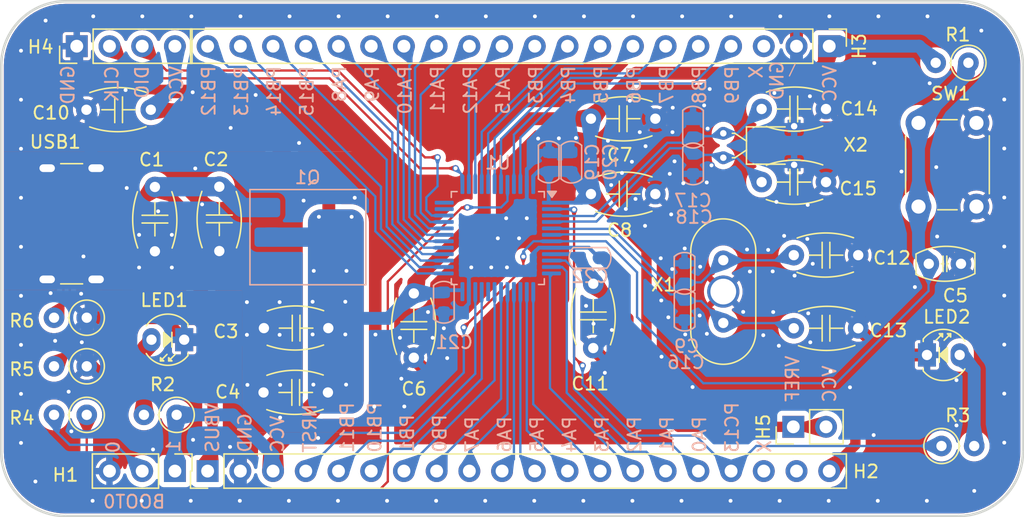
<source format=kicad_pcb>
(kicad_pcb (version 20240108) (generator "pcbnew") (generator_version "8.0")
  (layers (0 "F.Cu" signal) (31 "B.Cu" signal) (34 "B.Paste" user) (35 "F.Paste" user) (36 "B.SilkS" user "B.Silkscreen") (37 "F.SilkS" user "F.Silkscreen") (38 "B.Mask" user) (39 "F.Mask" user) (44 "Edge.Cuts" user))
  (net 0 "")
  (net 1 "VBUS")
  (net 2 "GND")
  (net 3 "Net-(USB1-CC2)")
  (net 4 "Net-(USB1-CC1)")
  (net 5 "VCC")
  (net 6 "VREF_PIN")
  (net 7 "/NRST")
  (net 8 "/OSC+")
  (net 9 "VBAT")
  (net 10 "/OSC-")
  (net 11 "/OSC32+")
  (net 12 "/OSC32-")
  (net 13 "Net-(H1-Pin_2)")
  (net 14 "/PB10")
  (net 15 "/PC13")
  (net 16 "/PA6")
  (net 17 "/PB11")
  (net 18 "/PA3")
  (net 19 "/PB0")
  (net 20 "/PB1")
  (net 21 "/PA5")
  (net 22 "/PA0")
  (net 23 "/PA2")
  (net 24 "/PA7")
  (net 25 "/PA4")
  (net 26 "/PA1")
  (net 28 "/PB13")
  (net 29 "/PB4")
  (net 30 "/PB12")
  (net 31 "/PB5")
  (net 32 "/PA15")
  (net 33 "/PA10")
  (net 34 "/PB7")
  (net 36 "/PB6")
  (net 37 "/PA12")
  (net 38 "/PB9")
  (net 39 "/PB8")
  (net 40 "/PA11")
  (net 41 "/PA8")
  (net 42 "/PB3")
  (net 43 "/PA9")
  (net 44 "/PB15")
  (net 45 "/PB14")
  (net 46 "/PA13{slash}SWDIO")
  (net 47 "/PA14{slash}SWCLK")
  (net 48 "Net-(LED1-A)")
  (net 49 "Net-(LED2-A)")
  (net 50 "/BOOT0")
  (net 51 "/PB2")
  (net 52 "/PF7")
  (net 53 "/PF6")
  (footprint "PCM_LED_THT_AKL:LED_D3.0mm" (layer "F.Cu") (at 133.319 109.086375)
    (property "Reference" "LED2")
    (property "Value" "LED_3mm" (hide yes))
  )
  (footprint "PCM_Capacitor_THT_US_AKL:C_Disc_D5.1mm_W3.2mm_P5.00mm" (layer "F.Cu") (at 122.98 101.33)
    (property "Reference" "C12")
    (property "Value" "12pF" (hide yes))
  )
  (footprint "PCM_Capacitor_THT_US_AKL:C_Disc_D5.1mm_W3.2mm_P5.00mm" (layer "F.Cu") (at 81.84 107)
    (property "Reference" "C3")
    (property "Value" "10uF" (hide yes))
  )
  (footprint "PCM_Capacitor_THT_US_AKL:C_Disc_D5.1mm_W3.2mm_P5.00mm" (layer "F.Cu") (at 78.3775 101.01 90)
    (property "Reference" "C2")
    (property "Value" "100nF" (hide yes))
  )
  (footprint "PCM_Capacitor_THT_US_AKL:C_Disc_D5.1mm_W3.2mm_P5.00mm" (layer "F.Cu") (at 93.48 109.3 90)
    (property "Reference" "C6")
    (property "Value" "100nF" (hide yes))
  )
  (footprint "PCM_Capacitor_THT_US_AKL:C_Disc_D5.1mm_W3.2mm_P5.00mm" (layer "F.Cu") (at 125.48 89.97 180)
    (property "Reference" "C14")
    (property "Value" "12pF" (hide yes))
  )
  (footprint "Connector_PinHeader_2.54mm:PinHeader_1x03_P2.54mm_Vertical" (layer "F.Cu") (at 74.93 118.11 -90)
    (property "Reference" "H1")
    (property "Value" "~" (hide yes))
  )
  (footprint "PCM_Resistor_THT_AKL:R_Axial_DIN0207_L6.3mm_D2.5mm_P2.54mm_Vertical" (layer "F.Cu") (at 68.085 109.965 180)
    (property "Reference" "R5")
    (property "Value" "5.1kΩ" (hide yes))
  )
  (footprint "PCM_Capacitor_THT_US_AKL:C_Disc_D5.1mm_W3.2mm_P5.00mm" (layer "F.Cu") (at 112.23 90.725 180)
    (property "Reference" "C7")
    (property "Value" "100nF" (hide yes))
  )
  (footprint "PCM_Capacitor_THT_US_AKL:C_Disc_D5.1mm_W3.2mm_P5.00mm" (layer "F.Cu") (at 81.81 112)
    (property "Reference" "C4")
    (property "Value" "100nF" (hide yes))
  )
  (footprint "PCM_Capacitor_THT_US_AKL:C_Disc_D5.1mm_W3.2mm_P5.00mm" (layer "F.Cu") (at 125.48 95.65 180)
    (property "Reference" "C15")
    (property "Value" "12pF" (hide yes))
  )
  (footprint "PCM_Capacitor_THT_US_AKL:C_Disc_D5.1mm_W3.2mm_P5.00mm" (layer "F.Cu") (at 112.23 96.58 180)
    (property "Reference" "C8")
    (property "Value" "100nF" (hide yes))
  )
  (footprint "PCM_Resistor_THT_AKL:R_Axial_DIN0207_L6.3mm_D2.5mm_P2.54mm_Vertical" (layer "F.Cu") (at 134.445 116.16)
    (property "Reference" "R3")
    (property "Value" "1kΩ" (hide yes))
  )
  (footprint "PCM_Resistor_THT_AKL:R_Axial_DIN0207_L6.3mm_D2.5mm_P2.54mm_Vertical" (layer "F.Cu") (at 68.085 106.19 180)
    (property "Reference" "R6")
    (property "Value" "5.1kΩ" (hide yes))
  )
  (footprint "Connector_PinHeader_2.54mm:PinHeader_1x02_P2.54mm_Vertical" (layer "F.Cu") (at 122.94 114.67 90)
    (property "Reference" "H5")
    (property "Value" "HDR-TH_2P-P2.54-V-F" (hide yes))
  )
  (footprint "PCM_Capacitor_THT_US_AKL:C_Disc_D5.0mm_W2.5mm_P2.50mm" (layer "F.Cu") (at 135.96 102 180)
    (property "Reference" "C5")
    (property "Value" "100nF" (hide yes))
  )
  (footprint "PCM_Resistor_THT_AKL:R_Axial_DIN0207_L6.3mm_D2.5mm_P2.54mm_Vertical" (layer "F.Cu") (at 75.065 113.74 180)
    (property "Reference" "R2")
    (property "Value" "1kΩ" (hide yes))
  )
  (footprint "PCM_Capacitor_THT_US_AKL:C_Disc_D5.1mm_W3.2mm_P5.00mm" (layer "F.Cu") (at 127.98 107.01 180)
    (property "Reference" "C13")
    (property "Value" "12pF" (hide yes))
  )
  (footprint "Connector_PinHeader_2.54mm:PinHeader_1x20_P2.54mm_Vertical" (layer "F.Cu") (at 125.73 85.09 -90)
    (property "Reference" "H3")
    (property "Value" "HDR-TH_20P-P2.54-V-M-1" (hide yes))
  )
  (footprint "PCM_Capacitor_THT_US_AKL:C_Disc_D5.1mm_W3.2mm_P5.00mm" (layer "F.Cu") (at 73.3775 101.03 90)
    (property "Reference" "C1")
    (property "Value" "10uF" (hide yes))
  )
  (footprint "PCM_Resistor_THT_AKL:R_Axial_DIN0207_L6.3mm_D2.5mm_P2.54mm_Vertical" (layer "F.Cu") (at 68.085 113.74 180)
    (property "Reference" "R4")
    (property "Value" "10kΩ" (hide yes))
  )
  (footprint "PCM_Capacitor_THT_US_AKL:C_Disc_D5.1mm_W3.2mm_P5.00mm" (layer "F.Cu") (at 68.06 90.03)
    (property "Reference" "C10")
    (property "Value" "100nF" (hide yes))
  )
  (footprint "Connector_PinHeader_2.54mm:PinHeader_1x04_P2.54mm_Vertical" (layer "F.Cu") (at 67.31 85.09 90)
    (property "Reference" "H4")
    (property "Value" "~" (hide yes))
  )
  (footprint "PCM_LED_THT_AKL:LED_D3.0mm" (layer "F.Cu") (at 75.65 107.9 180)
    (property "Reference" "LED1")
    (property "Value" "LED_3mm" (hide yes))
  )
  (footprint "wsylib:Crystal_HC49-U-3Pin_Vertical" (layer "F.Cu") (at 117.505 101.72 -90)
    (property "Reference" "X1")
    (property "Value" "8MHz" (hide yes))
  )
  (footprint "Connector_PinHeader_2.54mm:PinHeader_1x20_P2.54mm_Vertical" (layer "F.Cu") (at 77.47 118.11 90)
    (property "Reference" "H2")
    (property "Value" "HDR-TH_20P-P2.54-V-M-1" (hide yes))
  )
  (footprint "PCM_Resistor_THT_AKL:R_Axial_DIN0207_L6.3mm_D2.5mm_P2.54mm_Vertical" (layer "F.Cu") (at 136.535 86.38 180)
    (property "Reference" "R1")
    (property "Value" "10kΩ" (hide yes))
  )
  (footprint "Button_Switch_THT:SW_PUSH_6mm_H7.3mm" (layer "F.Cu") (at 132.66 97.551625 90)
    (property "Reference" "SW1")
    (property "Value" "SW_DIP_x01" (hide yes))
  )
  (footprint "Crystal:Crystal_DS26_D2.0mm_L6.0mm_Horizontal_1EP_style2" (layer "F.Cu") (at 117.505 93.76 90)
    (property "Reference" "X2")
    (property "Value" "32.768kHz" (hide yes))
  )
  (footprint "Connector_USB:USB_C_Receptacle_GCT_USB4125-xx-x_6P_TopMnt_Horizontal" (layer "F.Cu") (at 65.8115 98.89 -90)
    (property "Reference" "USB1")
    (property "Value" "USB C 6P" (hide yes))
  )
  (footprint "PCM_Capacitor_THT_US_AKL:C_Disc_D5.1mm_W3.2mm_P5.00mm" (layer "F.Cu") (at 107.41 108.55 90)
    (property "Reference" "C11")
    (property "Value" "100nF" (hide yes))
  )
  (footprint "PCM_Capacitor_SMD_AKL:C_0603_1608Metric" (layer "B.Cu") (at 114.4945 102.74225 90)
    (property "Reference" "C9")
    (property "Value" "12pF/GOG" (hide yes))
  )
  (footprint "PCM_Capacitor_SMD_AKL:C_0603_1608Metric" (layer "B.Cu") (at 105.71 94.1 90)
    (property "Reference" "C20")
    (property "Value" "100nF" (hide yes))
  )
  (footprint "PCM_Capacitor_SMD_AKL:C_0603_1608Metric" (layer "B.Cu") (at 107.16 101.54)
    (property "Reference" "C22")
    (property "Value" "100nF" (hide yes))
  )
  (footprint "PCM_Capacitor_SMD_AKL:C_0603_1608Metric" (layer "B.Cu") (at 115.1545 91.38225 90)
    (property "Reference" "C17")
    (property "Value" "12pF/GOG" (hide yes))
  )
  (footprint "PCM_Capacitor_SMD_AKL:C_0603_1608Metric" (layer "B.Cu") (at 103.95 94.09 90)
    (property "Reference" "C19")
    (property "Value" "100nF" (hide yes))
  )
  (footprint "PCM_Package_TO_SOT_SMD_AKL:SOT-223-3_TabPin2" (layer "B.Cu") (at 85.2555 99.93025)
    (property "Reference" "Q1")
    (property "Value" "AMS1117-3.3V" (hide yes))
  )
  (footprint "PCM_Capacitor_SMD_AKL:C_0603_1608Metric" (layer "B.Cu") (at 114.5 105.59775 -90)
    (property "Reference" "C16")
    (property "Value" "12pF/GOG" (hide yes))
  )
  (footprint "Package_QFP:LQFP-48_7x7mm_P0.5mm" (layer "B.Cu") (at 100 100 180)
    (property "Reference" "U1")
    (property "Value" "CW32F030C8T6" (hide yes))
  )
  (footprint "PCM_Capacitor_SMD_AKL:C_0603_1608Metric" (layer "B.Cu") (at 95.81 104.99 -90)
    (property "Reference" "C21")
    (property "Value" "100nF" (hide yes))
  )
  (footprint "PCM_Capacitor_SMD_AKL:C_0603_1608Metric" (layer "B.Cu") (at 115.16 94.23775 -90)
    (property "Reference" "C18")
    (property "Value" "12pF/GOG" (hide yes))
  )
  (gr_rect (start 124.45 91.04) (end 126.45 94.83) (stroke (width 0.2)) (fill solid) (layer "F.Cu") (net 2))
  (gr_line (start 123.09 86.46) (end 122.64 87.4) (stroke (width 0.1)) (layer "B.SilkS"))
  (gr_line (start 66.45 81.6) (end 135.77 81.6) (stroke (width 0.2)) (layer "Edge.Cuts"))
  (gr_line (start 135.77 121.6) (end 66.45 121.6) (stroke (width 0.2)) (layer "Edge.Cuts"))
  (gr_line (start 61.45 116.6) (end 61.45 86.6) (stroke (width 0.2)) (layer "Edge.Cuts"))
  (gr_arc (start 66.45 121.6) (mid 62.914466 120.135534) (end 61.45 116.6) (stroke (width 0.2)) (layer "Edge.Cuts"))
  (gr_arc (start 140.77 116.6) (mid 139.305534 120.135534) (end 135.77 121.6) (stroke (width 0.2)) (layer "Edge.Cuts"))
  (gr_line (start 140.77 86.6) (end 140.77 116.6) (stroke (width 0.2)) (layer "Edge.Cuts"))
  (gr_arc (start 61.45 86.6) (mid 62.914466 83.064466) (end 66.45 81.6) (stroke (width 0.2)) (layer "Edge.Cuts"))
  (gr_arc (start 135.77 81.6) (mid 139.305534 83.064466) (end 140.77 86.6) (stroke (width 0.2)) (layer "Edge.Cuts"))
  (gr_text "PA15" (at 101 86.53 90) (layer "B.SilkS") (effects (font (size 1 1)) (justify left bottom mirror)))
  (gr_text "PA0" (at 116.24764 113.760476 90) (layer "B.SilkS") (effects (font (size 1 1)) (justify left bottom mirror)))
  (gr_text "PB8\n" (at 116.24 86.53 90) (layer "B.SilkS") (effects (font (size 1 1)) (justify left bottom mirror)))
  (gr_text "PB7\n" (at 113.7 86.53 90) (layer "B.SilkS") (effects (font (size 1 1)) (justify left bottom mirror)))
  (gr_text "VBUS" (at 78.43 112.712857 90) (layer "B.SilkS") (effects (font (size 1 1)) (justify left bottom mirror)))
  (gr_text "PB6" (at 111.16 86.53 90) (layer "B.SilkS") (effects (font (size 1 1)) (justify left bottom mirror)))
  (gr_text "PA6" (at 101.120584 113.760476 90) (layer "B.SilkS") (effects (font (size 1 1)) (justify left bottom mirror)))
  (gr_text "PB5" (at 108.62 86.53 90) (layer "B.SilkS") (effects (font (size 1 1)) (justify left bottom mirror)))
  (gr_text "VCC" (at 126.36 86.46 90) (layer "B.SilkS") (effects (font (size 1 1)) (justify left bottom mirror)))
  (gr_text "BOOT0\n" (at 74.27 121.08 0) (layer "B.SilkS") (effects (font (size 1 1)) (justify left bottom mirror)))
  (gr_text "PA9" (at 90.84 86.53 90) (layer "B.SilkS") (effects (font (size 1 1)) (justify left bottom mirror)))
  (gr_text "VREF" (at 123.47 109.05 90) (layer "B.SilkS") (effects (font (size 1 1)) (justify left bottom mirror)))
  (gr_text "VCC" (at 126.34 109.811905 90) (layer "B.SilkS") (effects (font (size 1 1)) (justify left bottom mirror)))
  (gr_text "NRST" (at 85.993528 112.808095 90) (layer "B.SilkS") (effects (font (size 1 1)) (justify left bottom mirror)))
  (gr_text "PC13" (at 118.768816 112.665238 90) (layer "B.SilkS") (effects (font (size 1 1)) (justify left bottom mirror)))
  (gr_text "VCC" (at 83.472352 113.712857 90) (layer "B.SilkS") (effects (font (size 1 1)) (justify left bottom mirror)))
  (gr_text "CLK" (at 70.62 86.53 90) (layer "B.SilkS") (effects (font (size 1 1)) (justify left bottom mirror)))
  (gr_text "PB0" (at 96.078232 113.617619 90) (layer "B.SilkS") (effects (font (size 1 1)) (justify left bottom mirror)))
  (gr_text "PA5" (at 103.64176 113.760476 90) (layer "B.SilkS") (effects (font (size 1 1)) (justify left bottom mirror)))
  (gr_text "PB15" (at 85.76 86.53 90) (layer "B.SilkS") (effects (font (size 1 1)) (justify left bottom mirror)))
  (gr_text "PB3\n" (at 103.54 86.53 90) (layer "B.SilkS") (effects (font (size 1 1)) (justify left bottom mirror)))
  (gr_text "PA12" (at 98.46 86.53 90) (layer "B.SilkS") (effects (font (size 1 1)) (justify left bottom mirror)))
  (gr_text "PB9" (at 118.78 86.53 90) (layer "B.SilkS") (effects (font (size 1 1)) (justify left bottom mirror)))
  (gr_text "1" (at 75.41 115.617619 90) (layer "B.SilkS") (effects (font (size 1 1)) (justify left bottom mirror)))
  (gr_text "PB14" (at 83.22 86.53 90) (layer "B.SilkS") (effects (font (size 1 1)) (justify left bottom mirror)))
  (gr_text "PB10\n" (at 91.03588 112.665238 90) (layer "B.SilkS") (effects (font (size 1 1)) (justify left bottom mirror)))
  (gr_text "0" (at 69.45 116.82 270) (layer "B.SilkS") (effects (font (size 1 1)) (justify left bottom mirror)))
  (gr_text "GND\n" (at 67.2 86.48 90) (layer "B.SilkS") (effects (font (size 1 1)) (justify left bottom mirror)))
  (gr_text "GND" (at 80.951176 113.522381 90) (layer "B.SilkS") (effects (font (size 1 1)) (justify left bottom mirror)))
  (gr_text "VCC" (at 75.64 86.53 90) (layer "B.SilkS") (effects (font (size 1 1)) (justify left bottom mirror)))
  (gr_text "PA11" (at 95.92 86.53 90) (layer "B.SilkS") (effects (font (size 1 1)) (justify left bottom mirror)))
  (gr_text "DIO" (at 72.96 86.53 90) (layer "B.SilkS") (effects (font (size 1 1)) (justify left bottom mirror)))
  (gr_text "PA2" (at 111.205288 113.760476 90) (layer "B.SilkS") (effects (font (size 1 1)) (justify left bottom mirror)))
  (gr_text "PB13" (at 80.68 86.53 90) (layer "B.SilkS") (effects (font (size 1 1)) (justify left bottom mirror)))
  (gr_text "GND" (at 122.25 86.14 90) (layer "B.SilkS") (effects (font (size 1 1)) (justify left bottom mirror)))
  (gr_text "PA3\n" (at 108.684112 113.760476 90) (layer "B.SilkS") (effects (font (size 1 1)) (justify left bottom mirror)))
  (gr_text "PA1" (at 113.726464 113.760476 90) (layer "B.SilkS") (effects (font (size 1 1)) (justify left bottom mirror)))
  (gr_text "PA10" (at 93.38 86.53 90) (layer "B.SilkS") (effects (font (size 1 1)) (justify left bottom mirror)))
  (gr_text "PA4" (at 106.162936 113.760476 90) (layer "B.SilkS") (effects (font (size 1 1)) (justify left bottom mirror)))
  (gr_text "PB12" (at 78.14 86.53 90) (layer "B.SilkS") (effects (font (size 1 1)) (justify left bottom mirror)))
  (gr_text "PA7" (at 98.599408 113.760476 90) (layer "B.SilkS") (effects (font (size 1 1)) (justify left bottom mirror)))
  (gr_text "X" (at 121.29 115.617619 90) (layer "B.SilkS") (effects (font (size 1 1)) (justify left bottom mirror)))
  (gr_text "PA8" (at 88.3 86.53 90) (layer "B.SilkS") (effects (font (size 1 1)) (justify left bottom mirror)))
  (gr_text "X" (at 120.63 86.53 90) (layer "B.SilkS") (effects (font (size 1 1)) (justify left bottom mirror)))
  (gr_text "PB11" (at 88.9 112.677619 90) (layer "B.SilkS") (effects (font (size 1 1)) (justify left bottom mirror)))
  (gr_text "PB1" (at 93.557056 113.617619 90) (layer "B.SilkS") (effects (font (size 1 1)) (justify left bottom mirror)))
  (gr_text "PB4" (at 106.08 86.53 90) (layer "B.SilkS") (effects (font (size 1 1)) (justify left bottom mirror)))
  (segment (start 73.3775 95.99) (end 73.84 95.99) (width 0.8) (layer "F.Cu") (net 1))
  (segment (start 77.85 104.99) (end 77.85 117.73) (width 0.8) (layer "F.Cu") (net 1))
  (segment (start 73.84 95.99) (end 75.84 97.99) (width 0.8) (layer "F.Cu") (net 1))
  (segment (start 77.85 117.73) (end 77.47 118.11) (width 0.8) (layer "F.Cu") (net 1))
  (segment (start 68.9325 100.41) (end 70.1 100.41) (width 0.8) (layer "F.Cu") (net 1))
  (segment (start 70.1 100.41) (end 70.94 99.57) (width 0.8) (layer "F.Cu") (net 1))
  (segment (start 70.94 97.37) (end 71.9975 97.37) (width 0.8) (layer "F.Cu") (net 1))
  (segment (start 75.84 97.99) (end 75.84 102.98) (width 0.8) (layer "F.Cu") (net 1))
  (segment (start 75.84 102.98) (end 77.85 104.99) (width 0.8) (layer "F.Cu") (net 1))
  (segment (start 70.94 99.57) (end 70.94 97.37) (width 0.8) (layer "F.Cu") (net 1))
  (segment (start 68.9325 97.37) (end 70.94 97.37) (width 0.8) (layer "F.Cu") (net 1))
  (segment (start 71.9975 97.37) (end 73.3775 95.99) (width 0.8) (layer "F.Cu") (net 1))
  (segment (start 80.17025 97.63025) (end 78.55 96.01) (width 1.5) (layer "B.Cu") (net 1))
  (segment (start 78.55 96.01) (end 73.3975 96.01) (width 1.5) (layer "B.Cu") (net 1))
  (segment (start 73.3975 96.01) (end 73.3775 96.03) (width 1.5) (layer "B.Cu") (net 1))
  (segment (start 73.3975 95.97) (end 73.3775 95.99) (width 1) (layer "B.Cu") (net 1))
  (segment (start 82.1055 97.63025) (end 80.17025 97.63025) (width 1.5) (layer "B.Cu") (net 1))
  (segment (start 72.8075 101.64) (end 73.3775 101.07) (width 0.8) (layer "F.Cu") (net 2))
  (segment (start 68.085 106.19) (end 73.91 106.19) (width 1) (layer "F.Cu") (net 2))
  (segment (start 112.27 96.58) (end 112.27 90.725) (width 1) (layer "F.Cu") (net 2))
  (segment (start 68.9325 101.64) (end 68.9325 102.7) (width 0.8) (layer "F.Cu") (net 2))
  (segment (start 107.41 108.59) (end 108.31 109.49) (width 1) (layer "F.Cu") (net 2))
  (segment (start 133.299 109.086375) (end 130.096375 109.086375) (width 1) (layer "F.Cu") (net 2))
  (segment (start 73.91 106.19) (end 75.62 107.9) (width 1) (layer "F.Cu") (net 2))
  (segment (start 70.37 117.59) (end 69.85 118.11) (width 1) (layer "F.Cu") (net 2))
  (segment (start 80.01 118.11) (end 80.01 113.8) (width 1) (layer "F.Cu") (net 2))
  (segment (start 68.9325 96.14) (end 68.9325 95.08) (width 0.8) (layer "F.Cu") (net 2))
  (segment (start 108.31 109.49) (end 108.31 110.47) (width 1) (layer "F.Cu") (net 2))
  (segment (start 108.31 110.47) (end 108.31 111.05) (width 1) (layer "F.Cu") (net 2))
  (segment (start 68.9325 95.08) (end 68.4225 94.57) (width 0.8) (layer "F.Cu") (net 2))
  (segment (start 130.096375 109.086375) (end 128.02 107.01) (width 1) (layer "F.Cu") (net 2))
  (segment (start 68.9325 102.7) (end 68.4225 103.21) (width 0.8) (layer "F.Cu") (net 2))
  (segment (start 96.33 112.24) (end 93.48 109.39) (width 1) (layer "F.Cu") (net 2))
  (segment (start 123.19 85.09) (end 123.19 83.21) (width 1) (layer "F.Cu") (net 2))
  (segment (start 80.01 113.8) (end 81.81 112) (width 1) (layer "F.Cu") (net 2))
  (segment (start 68.9325 101.64) (end 72.8075 101.64) (width 0.8) (layer "F.Cu") (net 2))
  (segment (start 68.085 109.965) (end 68.475 109.965) (width 1) (layer "F.Cu") (net 2))
  (segment (start 105.04 95.87) (end 110.185 90.725) (width 1) (layer "F.Cu") (net 2))
  (segment (start 110.185 90.725) (end 112.27 90.725) (width 1) (layer "F.Cu") (net 2))
  (segment (start 68.475 109.965) (end 70.37 111.86) (width 1) (layer "F.Cu") (net 2))
  (segment (start 93.48 109.39) (end 93.48 109.34) (width 1) (layer "F.Cu") (net 2))
  (segment (start 108.31 111.05) (end 107.12 112.24) (width 1) (layer "F.Cu") (net 2))
  (segment (start 107.12 112.24) (end 96.33 112.24) (width 1) (layer "F.Cu") (net 2))
  (segment (start 105.04 104.73) (end 105.04 95.87) (width 1) (layer "F.Cu") (net 2))
  (segment (start 70.37 111.86) (end 70.37 117.59) (width 1) (layer "F.Cu") (net 2))
  (via (at 99.02 120.42) (size 0.5) (drill 0.3) (layers "F.Cu" "B.Cu") (net 2))
  (via (at 99.49 102.28) (size 0.5) (drill 0.3) (layers "F.Cu" "B.Cu") (net 2))
  (via (at 121.38 105.75) (size 0.5) (drill 0.3) (layers "F.Cu" "B.Cu") (net 2))
  (via (at 124.06 97.42) (size 0.5) (drill 0.3) (layers "F.Cu" "B.Cu") (net 2))
  (via (at 99.07 82.77) (size 0.5) (drill 0.3) (layers "F.Cu" "B.Cu") (net 2))
  (via (at 62.98 93.06) (size 0.5) (drill 0.3) (layers "F.Cu" "B.Cu") (net 2))
  (via (at 107.43 106.66) (size 0.5) (drill 0.3) (layers "F.Cu" "B.Cu") (net 2))
  (via (at 108.8 95.88) (size 0.5) (drill 0.3) (layers "F.Cu" "B.Cu") (net 2))
  (via (at 68.59 82.77) (size 0.5) (drill 0.3) (layers "F.Cu" "B.Cu") (net 2))
  (via (at 106.85 105.27) (size 0.5) (drill 0.3) (layers "F.Cu" "B.Cu") (net 2))
  (via (at 71.19 96.11) (size 0.5) (drill 0.3) (layers "F.Cu" "B.Cu") (net 2))
  (via (at 113.72 94.04) (size 0.5) (drill 0.3) (layers "F.Cu" "B.Cu") (net 2))
  (via (at 112.71 109.22) (size 0.5) (drill 0.3) (layers "F.Cu" "B.Cu") (net 2))
  (via (at 111.43 99.05) (size 0.5) (drill 0.3) (layers "F.Cu" "B.Cu") (net 2))
  (via (at 106.64 120.42) (size 0.5) (drill 0.3) (layers "F.Cu" "B.Cu") (net 2))
  (via (at 110.41 94.07) (size 0.5) (drill 0.3) (layers "F.Cu" "B.Cu") (net 2))
  (via (at 106.07 92.22) (size 0.5) (drill 0.3) (layers "F.Cu" "B.Cu") (net 2))
  (via (at 72.15 102.29) (size 0.5) (drill 0.3) (layers "F.Cu" "B.Cu") (net 2))
  (via (at 76.31 88.67) (size 0.5) (drill 0.3) (layers "F.Cu" "B.Cu") (net 2))
  (via (at 73.23 116.43) (size 0.5) (drill 0.3) (layers "F.Cu" "B.Cu") (net 2))
  (via (at 66.68 111.94) (size 0.5) (drill 0.3) (layers "F.Cu" "B.Cu") (net 2))
  (via (at 66.89 115.02) (size 0.5) (drill 0.3) (layers "F.Cu" "B.Cu") (net 2))
  (via (at 115.67 106.02) (size 0.5) (drill 0.3) (layers "F.Cu" "B.Cu") (net 2))
  (via (at 92.51 110.93) (size 0.5) (drill 0.3) (layers "F.Cu" "B.Cu") (net 2))
  (via (at 114.26 120.42) (size 0.5) (drill 0.3) (layers "F.Cu" "B.Cu") (net 2))
  (via (at 83.78 120.42) (size 0.5) (drill 0.3) (layers "F.Cu" "B.Cu") (net 2))
  (via (at 129.23 86.4) (size 0.5) (drill 0.3) (layers "F.Cu" "B.Cu") (net 2))
  (via (at 133.36 82.77) (size 0.5) (drill 0.3) (layers "F.Cu" "B.Cu") (net 2))
  (via (at 100.65 98.46) (size 0.5) (drill 0.3) (layers "F.Cu" "B.Cu") (net 2))
  (via (at 114.55 107.49) (size 0.5) (drill 0.3) (layers "F.Cu" "B.Cu") (net 2))
  (via (at 111.02 91.77) (size 0.5) (drill 0.3) (layers "F.Cu" "B.Cu") (net 2))
  (via (at 118.07 120.42) (size 0.5) (drill 0.3) (layers "F.Cu" "B.Cu") (net 2))
  (via (at 71.1 88.5) (size 0.5) (drill 0.3) (layers "F.Cu" "B.Cu") (net 2))
  (via (at 116.23 107.44) (size 0.5) (drill 0.3) (layers "F.Cu" "B.Cu") (net 2))
  (via (at 102.88 82.77) (size 0.5) (drill 0.3) (layers "F.Cu" "B.Cu") (net 2))
  (via (at 62.98 89.25) (size 0.5) (drill 0.3) (layers "F.Cu" "B.Cu") (net 2))
  (via (at 80.56 111.41) (size 0.5) (drill 0.3) (layers "F.Cu" "B.Cu") (net 2))
  (via (at 84.92 97.09) (size 0.5) (drill 0.3) (layers "F.Cu" "B.Cu") (net 2))
  (via (at 91.4 120.42) (size 0.5) (drill 0.3) (layers "F.Cu" "B.Cu") (net 2))
  (via (at 110.5 82.77) (size 0.5) (drill 0.3) (layers "F.Cu" "B.Cu") (net 2))
  (via (at 79.97 120.42) (size 0.5) (drill 0.3) (layers "F.Cu" "B.Cu") (net 2))
  (via (at 101.65 100.02) (size 0.5) (drill 0.3) (layers "F.Cu" "B.Cu") (net 2))
  (via (at 137.54 83.88) (size 0.5) (drill 0.3) (layers "F.Cu" "B.Cu") (net 2))
  (via (at 76.16 120.42) (size 0.5) (drill 0.3) (layers "F.Cu" "B.Cu") (net 2))
  (via (at 113.46 98.16) (size 0.5) (drill 0.3) (layers "F.Cu" "B.Cu") (net 2))
  (via (at 88.89 96.87) (size 0.5) (drill 0.3) (layers "F.Cu" "B.Cu") (net 2))
  (via (at 113.35 95.01) (size 0.5) (drill 0.3) (layers "F.Cu" "B.Cu") (net 2))
  (via (at 104.74 92.25) (size 0.5) (drill 0.3) (layers "F.Cu" "B.Cu") (net 2))
  (via (at 100.71 102.28) (size 0.5) (drill 0.3) (layers "F.Cu" "B.Cu") (net 2))
  (via (at 76.34 115.68) (size 0.5) (drill 0.3) (layers "F.Cu" "B.Cu") (net 2))
  (via (at 68.54 120.42) (size 0.5) (drill 0.3) (layers "F.Cu" "B.Cu") (net 2))
  (via (at 64.1 118.92) (size 0.5) (drill 0.3) (layers "F.Cu" "B.Cu") (net 2))
  (via (at 87.59 120.42) (size 0.5) (drill 0.3) (layers "F.Cu" "B.Cu") (net 2))
  (via (at 114.4 95.74) (size 0.5) (drill 0.3) (layers "F.Cu" "B.Cu") (net 2))
  (via (at 139.32 112.09) (size 0.5) (drill 0.3) (layers "F.Cu" "B.Cu") (net 2))
  (via (at 108.31 110.47) (size 0.5) (drill 0.3) (layers "F.Cu" "B.Cu") (net 2))
  (via (at 97.94 102.28) (size 0.5) (drill 0.3) (layers "F.Cu" "B.Cu") (net 2))
  (via (at 132.38 103.81) (size 0.5) (drill 0.3) (layers "F.Cu" "B.Cu") (net 2))
  (via (at 129.5 120.42) (size 0.5) (drill 0.3) (layers "F.Cu" "B.Cu") (net 2))
  (via (at 139.32 108.28) (size 0.5) (drill 0.3) (layers "F.Cu" "B.Cu") (net 2))
  (via (at 119.05 105.74) (size 0.5) (drill 0.3) (layers "F.Cu" "B.Cu") (net 2))
  (via (at 121.82 108.37) (size 0.5) (drill 0.3) (layers "F.Cu" "B.Cu") (net 2))
  (via (at 135.61 114.56) (size 0.5) (drill 0.3) (layers "F.Cu" "B.Cu") (net 2))
  (via (at 73.63 97.92) (size 0.5) (drill 0.3) (layers "F.Cu" "B.Cu") (net 2))
  (via (at 76.51 94.59) (size 0.5) (drill 0.3) (layers "F.Cu" "B.Cu") (net 2))
  (via (at 108.55 92.44) (size 0.5) (drill 0.3) (layers "F.Cu" "B.Cu") (net 2))
  (via (at 64.89 83.1) (size 0.5) (drill 0.3) (layers "F.Cu" "B.Cu") (net 2))
  (via (at 62.98 100.68) (size 0.5) (drill 0.3) (layers "F.Cu" "B.Cu") (net 2))
  (via (at 109.64 94.94) (size 0.5) (drill 0.3) (layers "F.Cu" "B.Cu") (net 2))
  (via (at 110.69 96.96) (size 0.5) (drill 0.3) (layers "F.Cu" "B.Cu") (net 2))
  (via (at 119.57 102.6) (size 0.5) (drill 0.3) (layers "F.Cu" "B.Cu") (net 2))
  (via (at 83.1 111.41) (size 0.5) (drill 0.3) (layers "F.Cu" "B.Cu") (net 2))
  (via (at 65.630628 107.987639) (size 0.5) (drill 0.3) (layers "F.Cu" "B.Cu") (net 2))
  (via (at 80.52 104.98) (size 0.5) (drill 0.3) (layers "F.Cu" "B.Cu") (net 2))
  (via (at 94.94 107.75) (size 0.5) (drill 0.3) (layers "F.Cu" "B.Cu") (net 2))
  (via (at 110.45 120.42) (size 0.5) (drill 0.3) (layers "F.Cu" "B.Cu") (net 2))
  (via (at 115.71 102.23) (size 0.5) (drill 0.3) (layers "F.Cu" "B.Cu") (net 2))
  (via (at 112.69 104.85) (size 0.5) (drill 0.3) (layers "F.Cu" "B.Cu") (net 2))
  (via (at 102.83 120.42) (size 0.5) (drill 0.3) (layers "F.Cu" "B.Cu") (net 2))
  (via (at 72.4 82.77) (size 0.5) (drill 0.3) (layers "F.Cu" "B.Cu") (net 2))
  (via (at 86.05 115.54) (size 0.5) (drill 0.3) (layers "F.Cu" "B.Cu") (net 2))
  (via (at 84.57 92.61) (size 0.5) (drill 0.3) (layers "F.Cu" "B.Cu") (net 2))
  (via (at 120.99 100.92) (size 0.5) (drill 0.3) (layers "F.Cu" "B.Cu") (net 2))
  (via (at 129.18 115.31) (size 0.5) (drill 0.3) (layers "F.Cu" "B.Cu") (net 2))
  (via (at 62.98 96.87) (size 0.5) (drill 0.3) (layers "F.Cu" "B.Cu") (net 2))
  (via (at 124.23 88.98) (size 0.5) (drill 0.3) (layers "F.Cu" "B.Cu") (net 2))
  (via (at 79.26 91.44) (size 0.5) (drill 0.3) (layers "F.Cu" "B.Cu") (net 2))
  (via (at 62.98 115.92) (size 0.5) (drill 0.3) (layers "F.Cu" "B.Cu") (net 2))
  (via (at 67.65 104.33) (size 0.5) (drill 0.3) (layers "F.Cu" "B.Cu") (net 2))
  (via (at 111.47 92.86) (size 0.5) (drill 0.3) (layers "F.Cu" "B.Cu") (net 2))
  (via (at 108.855 107.145) (size 0.5) (drill 0.3) (layers "F.Cu" "B.Cu") (net 2))
  (via (at 116.22 95.68) (size 0.5) (drill 0.3) (layers "F.Cu" "B.Cu") (net 2))
  (via (at 116.45 88.42) (size 0.5) (drill 0.3) (layers "F.Cu" "B.Cu") (net 2))
  (via (at 81.2 88.88) (size 0.5) (drill 0.3) (layers "F.Cu" "B.Cu") (net 2))
  (via (at 121.34 102.59) (size 0.5) (drill 0.3) (layers "F.Cu" "B.Cu") (net 2))
  (via (at 121.63 97.19) (size 0.5) (drill 0.3) (layers "F.Cu" "B.Cu") (net 2))
  (via (at 72.15 99.75) (size 0.5) (drill 0.3) (layers "F.Cu" "B.Cu") (net 2))
  (via (at 121.47 88.73) (size 0.5) (drill 0.3) (layers "F.Cu" "B.Cu") (net 2))
  (via (at 136.99 119.65) (size 0.5) (drill 0.3) (layers "F.Cu" "B.Cu") (net 2))
  (via (at 67.7 108.1) (size 0.5) (drill 0.3) (layers "F.Cu" "B.Cu") (net 2))
  (via (at 124.03 100.07) (size 0.5) (drill 0.3) (layers "F.Cu" "B.Cu") (net 2))
  (via (at 95.26 82.77) (size 0.5) (drill 0.3) (layers "F.Cu" "B.Cu") (net 2))
  (via (at 125.83 110.36) (size 0.5) (drill 0.3) (layers "F.Cu" "B.Cu") (net 2))
  (via (at 118.12 82.77) (size 0.5) (drill 0.3) (layers "F.Cu" "B.Cu") (net 2))
  (via (at 139.32 96.85) (size 0.5) (drill 0.3) (layers "F.Cu" "B.Cu") (net 2))
  (via (at 119.35 100.89) (size 0.5) (drill 0.3) (layers "F.Cu" "B.Cu") (net 2))
  (via (at 67.83 101.43) (size 0.5) (drill 0.3) (layers "F.Cu" "B.Cu") (net 2))
  (via (at 113.58 89.87) (size 0.5) (drill 0.3) (layers "F.Cu" "B.Cu") (net 2))
  (via (at 135.61 111.04) (size 0.5) (drill 0.3) (layers "F.Cu" "B.Cu") (net 2))
  (via (at 80.02 82.77) (size 0.5) (drill 0.3) (layers "F.Cu" "B.Cu") (net 2))
  (via (at 91.45 82.77) (size 0.5) (drill 0.3) (layers "F.Cu" "B.Cu") (net 2))
  (via (at 83.83 82.77) (size 0.5) (drill 0.3) (layers "F.Cu" "B.Cu") (net 2))
  (via (at 113.54 102.41) (size 0.5) (drill 0.3) (layers "F.Cu" "B.Cu") (net 2))
  (via (at 120.61 107.55) (size 0.5) (drill 0.3) (layers "F.Cu" "B.Cu") (net 2))
  (via (at 123.04 102.92) (size 0.5) (drill 0.3) (layers "F.Cu" "B.Cu") (net 2))
  (via (at 95.81 107.01) (size 0.5) (drill 0.3) (layers "F.Cu" "B.Cu") (net 2))
  (via (at 124.26 108.1) (size 0.5) (drill 0.3) (layers "F.Cu" "B.Cu") (net 2))
  (via (at 95.21 120.42) (size 0.5) (drill 0.3) (layers "F.Cu" "B.Cu") (net 2))
  (via (at 76.21 82.77) (size 0.5) (drill 0.3) (layers "F.Cu" "B.Cu") (net 2))
  (via (at 62.98 85.44) (size 0.5) (drill 0.3) (layers "F.Cu" "B.Cu") (net 2))
  (via (at 116.02 89.69) (size 0.5) (drill 0.3) (layers "F.Cu" "B.Cu") (net 2))
  (via (at 124.1 105.85) (size 0.5) (drill 0.3) (layers "F.Cu" "B.Cu") (net 2))
  (via (at 114.31 82.77) (size 0.5) (drill 0.3) (layers "F.Cu" "B.Cu") (net 2))
  (via (at 133.53 87.97) (size 0.5) (drill 0.3) (layers "F.Cu" "B.Cu") (net 2))
  (via (at 100 100.02) (size 0.5) (drill 0.3) (layers "F.Cu" "B.Cu") (net 2))
  (via (at 129.55 82.77) (size 0.5) (drill 0.3) (layers "F.Cu" "B.Cu") (net 2))
  (via (at 83.1 113.95) (size 0.5) (drill 0.3) (layers "F.Cu" "B.Cu") (net 2))
  (via (at 83.06 104.98) (size 0.5) (drill 0.3) (layers "F.Cu" "B.Cu") (net 2))
  (via (at 139.32 115.9) (size 0.5) (drill 0.3) (layers "F.Cu" "B.Cu") (net 2))
  (via (at 106.69 82.77) (size 0.5) (drill 0.3) (layers "F.Cu" "B.Cu") (net 2))
  (via (at 96.07 109.33) (size 0.5) (drill 0.3) (layers "F.Cu" "B.Cu") (net 2))
  (via (at 79.21 116.23) (size 0.5) (drill 0.3) (layers "F.Cu" "B.Cu") (net 2))
  (via (at 134.04 94.49) (size 0.5) (drill 0.3) (layers "F.Cu" "B.Cu") (net 2))
  (via (at 92.74 113.09) (size 0.5) (drill 0.3) (layers "F.Cu" "B.Cu") (net 2))
  (via (at 139.32 89.23) (size 0.5) (drill 0.3) (layers "F.Cu" "B.Cu") (net 2))
  (via (at 74.69 99.75) (size 0.5) (drill 0.3) (layers "F.Cu" "B.Cu") (net 2))
  (via (at 92.4 107.75) (size 0.5) (drill 0.3) (layers "F.Cu" "B.Cu") (net 2))
  (via (at 102.25 98.46) (size 0.5) (drill 0.3) (layers "F.Cu" "B.Cu") (net 2))
  (via (at 122.23 99.83) (size 0.5) (drill 0.3) (layers "F.Cu" "B.Cu") (net 2))
  (via (at 114.51 100.81) (size 0.5) (drill 0.3) (layers "F.Cu" "B.Cu") (net 2))
  (via (at 62.98 112.11) (size 0.5) (drill 0.3) (layers "F.Cu" "B.Cu") (net 2))
  (via (at 80.52 107.52) (size 0.5) (drill 0.3) (layers "F.Cu" "B.Cu") (net 2))
  (via (at 77.04 97.38) (size 0.5) (drill 0.3) (layers "F.Cu" "B.Cu") (net 2))
  (via (at 115.12 111.58) (size 0.5) (drill 0.3) (layers "F.Cu" "B.Cu") (net 2))
  (via (at 116.29 91.49) (size 0.5) (drill 0.3) (layers "F.Cu" "B.Cu") (net 2))
  (via (at 74.69 102.29) (size 0.5) (drill 0.3) (layers "F.Cu" "B.Cu") (net 2))
  (via (at 103.13 92.27) (size 0.5) (drill 0.3) (layers "F.Cu" "B.Cu") (net 2))
  (via (at 139.32 104.47) (size 0.5) (drill 0.3) (layers "F.Cu" "B.Cu") (net 2))
  (via (at 94.58 105.75) (size 0.5) (drill 0.3) (layers "F.Cu" "B.Cu") (net 2))
  (via (at 90.5 107.5) (size 0.5) (drill 0.3) (layers "F.Cu" "B.Cu") (net 2))
  (via (at 116.59 94.35) (size 0.5) (drill 0.3) (layers "F.Cu" "B.Cu") (net 2))
  (via (at 133.31 120.42) (size 0.5) (drill 0.3) (layers "F.Cu" "B.Cu") (net 2))
  (via (at 127.34 111.6) (size 0.5) (drill 0.3) (layers "F.Cu" "B.Cu") (net 2))
  (via (at 112.65 101.57) (size 0.5) (drill 0.3) (layers "F.Cu" "B.Cu") (net 2))
  (via (at 110.25 89.33) (size 0.5) (drill 0.3) (layers "F.Cu" "B.Cu") (net 2))
  (via (at 113.24 106.16) (size 0.5) (drill 0.3) (layers "F.Cu" "B.Cu") (net 2))
  (via (at 124.45 102) (size 0.5) (drill 0.3) (layers "F.Cu" "B.Cu") (net 2))
  (via (at 62.98 104.49) (size 0.5) (drill 0.3) (layers "F.Cu" "B.Cu") (net 2))
  (via (at 72.35 120.42) (size 0.5) (drill 0.3) (layers "F.Cu" "B.Cu") (net 2))
  (via (at 113.56 91.77) (size 0.5) (drill 0.3) (layers "F.Cu" "B.Cu") (net 2))
  (via (at 134.11 99.88) (size 0.5) (drill 0.3) (layers "F.Cu" "B.Cu") (net 2))
  (via (at 83.06 107.52) (size 0.5) (drill 0.3) (layers "F.Cu" "B.Cu") (net 2))
  (via (at 87.64 82.77) (size 0.5) (drill 0.3) (layers "F.Cu" "B.Cu") (net 2))
  (via (at 90.41 113.1) (size 0.5) (drill 0.3) (layers "F.Cu" "B.Cu") (net 2))
  (via (at 139.32 100.66) (size 0.5) (drill 0.3) (layers "F.Cu" "B.Cu") (net 2))
  (via (at 62.98 108.3) (size 0.5) (drill 0.3) (layers "F.Cu" "B.Cu") (net 2))
  (via (at 121.88 120.42) (size 0.5) (drill 0.3) (layers "F.Cu" "B.Cu") (net 2))
  (via (at 65.28 104.28) (size 0.5) (drill 0.3) (layers "F.Cu" "B.Cu") (net 2))
  (via (at 109.94 97.74) (size 0.5) (drill 0.3) (layers "F.Cu" "B.Cu") (net 2))
  (via (at 125.74 82.77) (size 0.5) (drill 0.3) (layers "F.Cu" "B.Cu") (net 2))
  (via (at 125.69 120.42) (size 0.5) (drill 0.3) (layers "F.Cu" "B.Cu") (net 2))
  (via (at 121.93 82.77) (size 0.5) (drill 0.3) (layers "F.Cu" "B.Cu") (net 2))
  (via (at 139.32 93.04) (size 0.5) (drill 0.3) (layers "F.Cu" "B.Cu") (net 2))
  (via (at 131.34 94.83) (size 0.5) (drill 0.3) (layers "F.Cu" "B.Cu") (net 2))
  (segment (start 68.085 109.965) (end 68.085 106.19) (width 1) (layer "B.Cu") (net 2))
  (segment (start 135.98 104.62) (end 135.98 102) (width 1) (layer "B.Cu") (net 2))
  (segment (start 107.07 100.75) (end 107.86 101.54) (width 0.3) (layer "B.Cu") (net 2))
  (segment (start 110.455 88.91) (end 112.27 90.725) (width 0.8) (layer "B.Cu") (net 2))
  (segment (start 80.01 118.11) (end 80.01 116.62) (width 1) (layer "B.Cu") (net 2))
  (segment (start 68.4225 105.8525) (end 68.085 106.19) (width 1) (layer "B.Cu") (net 2))
  (segment (start 102.25 95.95) (end 102.25 97.85) (width 0.3) (layer "B.Cu") (net 2))
  (segment (start 78.44 101.01) (end 73.3975 101.01) (width 1.5) (layer "B.Cu") (net 2))
  (segment (start 105.71 93.4) (end 105.4 93.09) (width 0.8) (layer "B.Cu") (net 2))
  (segment (start 103.96 93.4) (end 103.95 93.39) (width 0.8) (layer "B.Cu") (net 2))
  (segment (start 107.86 101.54) (end 108.21 101.54) (width 1) (layer "B.Cu") (net 2))
  (segment (start 103.95 93.39) (end 103.5 93.39) (width 0.3) (layer "B.Cu") (net 2))
  (segment (start 97.75 104.05) (end 97.75 102.38) (width 0.3) (layer "B.Cu") (net 2))
  (segment (start 81.84 111.97) (end 81.81 112) (width 1.5) (layer "B.Cu") (net 2))
  (segment (start 80.14 107.9) (end 81.8 106.24) (width 1) (layer "B.Cu") (net 2))
  (segment (start 109.22 102.55) (end 109.22 106.78) (width 1) (layer "B.Cu") (net 2))
  (segment (start 97.75 104.05) (end 97.75 105.09) (width 0.3) (layer "B.Cu") (net 2))
  (segment (start 109.22 106.78) (end 108.855 107.145) (width 1) (layer "B.Cu") (net 2))
  (segment (start 81.84 102.49575) (end 82.1055 102.23025) (width 1.5) (layer "B.Cu") (net 2))
  (segment (start 105.4 90.07) (end 106.56 88.91) (width 0.8) (layer "B.Cu") (net 2))
  (segment (start 103.19603 100.75) (end 102.63 101.31603) (width 0.3) (layer "B.Cu") (net 2))
  (segment (start 123.19 86.83) (end 126.33 89.97) (width 1) (layer "B.Cu") (net 2))
  (segment (start 82.1055 102.23025) (end 79.66025 102.23025) (width 1.5) (layer "B.Cu") (net 2))
  (segment (start 108.855 107.145) (end 107.41 108.59) (width 1) (layer "B.Cu") (net 2))
  (segment (start 104.05 100.75) (end 107.07 100.75) (width 0.3) (layer "B.Cu") (net 2))
  (segment (start 123.19 85.09) (end 123.19 86.83) (width 1) (layer "B.Cu") (net 2))
  (segment (start 81.84 107) (end 81.84 111.97) (width 1.5) (layer "B.Cu") (net 2))
  (segment (start 68.4225 94.57) (end 68.4225 90.4325) (width 1) (layer "B.Cu") (net 2))
  (segment (start 95.81 107.01) (end 93.48 109.34) (width 0.8) (layer "B.Cu") (net 2))
  (segment (start 97.75 102.38) (end 97.74 102.37) (width 0.3) (layer "B.Cu") (net 2))
  (segment (start 102.25 98.55) (end 102.24 98.56) (width 0.3) (layer "B.Cu") (net 2))
  (segment (start 102.63 101.31603) (end 102.63 102.62) (width 0.3) (layer "B.Cu") (net 2))
  (segment (start 104.05 100.75) (end 103.19603 100.75) (width 0.3) (layer "B.Cu") (net 2))
  (segment (start 97.15 105.69) (end 95.81 105.69) (width 0.3) (layer "B.Cu") (net 2))
  (segment (start 64.7225 103.21) (end 64.7225 94.57) (width 1) (layer "B.Cu") (net 2))
  (segment (start 119.59 87.39) (end 122.63 87.39) (width 1) (layer "B.Cu") (net 2))
  (segment (start 102.25 94.64) (end 102.25 95.95) (width 0.3) (layer "B.Cu") (net 2))
  (segment (start 135.98 102) (end 135.98 98.731625) (width 1) (layer "B.Cu") (net 2))
  (segment (start 103.5 93.39) (end 102.25 94.64) (width 0.3) (layer "B.Cu") (net 2))
  (segment (start 105.71 93.4) (end 103.96 93.4) (width 0.8) (layer "B.Cu") (net 2))
  (segment (start 79.66025 102.23025) (end 78.44 101.01) (width 1.5) (layer "B.Cu") (net 2))
  (segment (start 67.31 85.09) (end 67.31 89.32) (width 1) (layer "B.Cu") (net 2))
  (segment (start 80.01 116.62) (end 79.93 116.54) (width 1) (layer "B.Cu") (net 2))
  (segment (start 68.4225 90.4325) (end 68.02 90.03) (width 1) (layer "B.Cu") (net 2))
  (segment (start 73.3975 101.01) (end 73.3775 101.03) (width 1.5) (layer "B.Cu") (net 2))
  (segment (start 105.4 93.09) (end 105.4 90.07) (width 0.8) (layer "B.Cu") (net 2))
  (segment (start 97.75 105.09) (end 97.15 105.69) (width 0.3) (layer "B.Cu") (net 2))
  (segment (start 95.81 105.69) (end 95.81 107.01) (width 0.8) (layer "B.Cu") (net 2))
  (segment (start 128.02 89.97) (end 128.02 107.01) (width 1) (layer "B.Cu") (net 2))
  (segment (start 133.299 109.086375) (end 133.299 107.301) (width 1) (layer "B.Cu") (net 2))
  (segment (start 108.21 101.54) (end 109.22 102.55) (width 1) (layer "B.Cu") (net 2))
  (segment (start 67.31 89.32) (end 68.02 90.03) (width 1) (layer "B.Cu") (net 2))
  (segment (start 64.7225 94.57) (end 68.4225 94.57) (width 1) (layer "B.Cu") (net 2))
  (segment (start 116.255 90.725) (end 119.59 87.39) (width 1) (layer "B.Cu") (net 2))
  (segment (start 112.27 90.725) (end 116.255 90.725) (width 1) (layer "B.Cu") (net 2))
  (segment (start 80.01 118.11) (end 80.01 119.92) (width 1) (layer "B.Cu") (net 2))
  (segment (start 64.7225 103.21) (end 68.4225 103.21) (width 1) (layer "B.Cu") (net 2))
  (segment (start 81.84 106.24) (end 81.84 102.49575) (width 1.5) (layer "B.Cu") (net 2))
  (segment (start 106.56 88.91) (end 110.455 88.91) (width 0.8) (layer "B.Cu") (net 2))
  (segment (start 68.4225 103.21) (end 68.4225 105.8525) (width 1) (layer "B.Cu") (net 2))
  (segment (start 75.62 107.9) (end 80.14 107.9) (width 1) (layer "B.Cu") (net 2))
  (segment (start 133.299 107.301) (end 135.98 104.62) (width 1) (layer "B.Cu") (net 2))
  (segment (start 122.63 87.39) (end 123.19 86.83) (width 1) (layer "B.Cu") (net 2))
  (segment (start 126.33 89.97) (end 128.02 89.97) (width 1) (layer "B.Cu") (net 2))
  (segment (start 80.01 119.92) (end 80.04 119.95) (width 1) (layer "B.Cu") (net 2))
  (segment (start 135.98 98.731625) (end 137.16 97.551625) (width 1) (layer "B.Cu") (net 2))
  (segment (start 66.77 108.74) (end 65.545 109.965) (width 0.18) (layer "F.Cu") (net 3))
  (segment (start 68.9325 99.39) (end 68.19 99.39) (width 0.18) (layer "F.Cu") (net 3))
  (segment (start 66.77 100.81) (end 66.77 108.74) (width 0.18) (layer "F.Cu") (net 3))
  (segment (start 68.19 99.39) (end 66.77 100.81) (width 0.18) (layer "F.Cu") (net 3))
  (segment (start 68.9325 98.39) (end 68.25 98.39) (width 0.18) (layer "F.Cu") (net 4))
  (segment (start 66.27 105.465) (end 65.545 106.19) (width 0.18) (layer "F.Cu") (net 4))
  (segment (start 68.25 98.39) (end 66.27 100.37) (width 0.18) (layer "F.Cu") (net 4))
  (segment (start 66.27 100.37) (end 66.27 105.465) (width 0.18) (layer "F.Cu") (net 4))
  (segment (start 79.97 90.03) (end 86.88 96.94) (width 1) (layer "F.Cu") (net 5))
  (segment (start 111.54 109.69) (end 111.54 100.93) (width 0.8) (layer "F.Cu") (net 5))
  (segment (start 125.73 86.05) (end 125.73 85.09) (width 1) (layer "F.Cu") (net 5))
  (segment (start 93.48 103.47) (end 93.48 104.26) (width 1) (layer "F.Cu") (net 5))
  (segment (start 127.76 116.08) (end 127.76 114.07) (width 0.8) (layer "F.Cu") (net 5))
  (segment (start 114.78 112.93) (end 111.54 109.69) (width 0.8) (layer "F.Cu") (net 5))
  (segment (start 86.81 112) (end 82.55 116.26) (width 1.5) (layer "F.Cu") (net 5))
  (segment (start 107.19 90.725) (end 102.545 90.725) (width 1) (layer "F.Cu") (net 5))
  (segment (start 111.54 100.93) (end 107.19 96.58) (width 0.8) (layer "F.Cu") (net 5))
  (segment (start 73.1 90.03) (end 79.97 90.03) (width 1) (layer "F.Cu") (net 5))
  (segment (start 110.725 87.19) (end 124.59 87.19) (width 1) (layer "F.Cu") (net 5))
  (segment (start 98.95 98) (end 93.48 103.47) (width 1) (layer "F.Cu") (net 5))
  (segment (start 86.88 96.94) (end 86.88 106.24) (width 1) (layer "F.Cu") (net 5))
  (segment (start 127.76 114.07) (end 126.62 112.93) (width 0.8) (layer "F.Cu") (net 5))
  (segment (start 102.545 90.725) (end 98.95 94.32) (width 1) (layer "F.Cu") (net 5))
  (segment (start 124.59 87.19) (end 125.73 86.05) (width 1) (layer "F.Cu") (net 5))
  (segment (start 125.73 118.11) (end 127.76 116.08) (width 0.8) (layer "F.Cu") (net 5))
  (segment (start 98.95 94.32) (end 98.95 98) (width 1) (layer "F.Cu") (net 5))
  (segment (start 82.55 116.26) (end 82.55 118.11) (width 1.5) (layer "F.Cu") (net 5))
  (segment (start 126.62 112.93) (end 114.78 112.93) (width 0.8) (layer "F.Cu") (net 5))
  (segment (start 107.19 90.725) (end 110.725 87.19) (width 1) (layer "F.Cu") (net 5))
  (via (at 85.71 102.55) (size 0.5) (drill 0.3) (layers "F.Cu" "B.Cu") (net 5))
  (via (at 85.62 104.95) (size 0.5) (drill 0.3) (layers "F.Cu" "B.Cu") (net 5))
  (via (at 88.22 111.39) (size 0.5) (drill 0.3) (layers "F.Cu" "B.Cu") (net 5))
  (via (at 88.25 102.55) (size 0.5) (drill 0.3) (layers "F.Cu" "B.Cu") (net 5))
  (via (at 88.16 104.95) (size 0.5) (drill 0.3) (layers "F.Cu" "B.Cu") (net 5))
  (via (at 85.68 111.39) (size 0.5) (drill 0.3) (layers "F.Cu" "B.Cu") (net 5))
  (via (at 86.11 98.35) (size 0.5) (drill 0.3) (layers "F.Cu" "B.Cu") (net 5))
  (via (at 85.62 107.49) (size 0.5) (drill 0.3) (layers "F.Cu" "B.Cu") (net 5))
  (via (at 88.65 98.35) (size 0.5) (drill 0.3) (layers "F.Cu" "B.Cu") (net 5))
  (via (at 88.16 107.49) (size 0.5) (drill 0.3) (layers "F.Cu" "B.Cu") (net 5))
  (segment (start 86.84 111.97) (end 86.81 112) (width 1.5) (layer "B.Cu") (net 5))
  (segment (start 125.73 85.09) (end 132.705 85.09) (width 1) (layer "B.Cu") (net 5))
  (segment (start 95.81 104.29) (end 93.51 104.29) (width 0.8) (layer "B.Cu") (net 5))
  (segment (start 86.88 106.24) (end 91.5 106.24) (width 1) (layer "B.Cu") (net 5))
  (segment (start 79.42 113.74) (end 75.065 113.74) (width 1) (layer "B.Cu") (net 5))
  (segment (start 74.93 113.875) (end 75.065 113.74) (width 0.8) (layer "B.Cu") (net 5))
  (segment (start 105.7 94.79) (end 105.71 94.8) (width 0.8) (layer "B.Cu") (net 5))
  (segment (start 74.93 88.2) (end 73.1 90.03) (width 1) (layer "B.Cu") (net 5))
  (segment (start 82.1055 99.93025) (end 88.4055 99.93025) (width 1.5) (layer "B.Cu") (net 5))
  (segment (start 105.71 94.8) (end 105.71 95.1) (width 0.8) (layer "B.Cu") (net 5))
  (segment (start 105.71 95.1) (end 107.19 96.58) (width 0.8) (layer "B.Cu") (net 5))
  (segment (start 91.5 106.24) (end 93.48 104.26) (width 1) (layer "B.Cu") (net 5))
  (segment (start 132.705 85.09) (end 133.995 86.38) (width 1) (layer "B.Cu") (net 5))
  (segment (start 102.75 95.19) (end 102.75 95.95) (width 0.3) (layer "B.Cu") (net 5))
  (segment (start 86.84 107) (end 86.84 111.97) (width 1.5) (layer "B.Cu") (net 5))
  (segment (start 74.93 85.09) (end 74.93 88.2) (width 1) (layer "B.Cu") (net 5))
  (segment (start 93.51 104.29) (end 93.48 104.26) (width 1) (layer "B.Cu") (net 5))
  (segment (start 103.95 97.15) (end 104.05 97.25) (width 0.3) (layer "B.Cu") (net 5))
  (segment (start 97.25 104.05) (end 93.69 104.05) (width 0.3) (layer "B.Cu") (net 5))
  (segment (start 93.69 104.05) (end 93.48 104.26) (width 0.3) (layer "B.Cu") (net 5))
  (segment (start 103.95 94.79) (end 105.7 94.79) (width 0.8) (layer "B.Cu") (net 5))
  (segment (start 106.52 97.25) (end 107.19 96.58) (width 0.3) (layer "B.Cu") (net 5))
  (segment (start 74.93 118.11) (end 74.93 113.875) (width 1) (layer "B.Cu") (net 5))
  (segment (start 104.05 97.25) (end 106.52 97.25) (width 0.3) (layer "B.Cu") (net 5))
  (segment (start 82.55 116.87) (end 79.42 113.74) (width 1) (layer "B.Cu") (net 5))
  (segment (start 82.55 118.11) (end 82.55 116.87) (width 0.8) (layer "B.Cu") (net 5))
  (segment (start 103.95 94.79) (end 103.15 94.79) (width 0.3) (layer "B.Cu") (net 5))
  (segment (start 103.95 94.79) (end 103.95 97.15) (width 0.3) (layer "B.Cu") (net 5))
  (segment (start 103.15 94.79) (end 102.75 95.19) (width 0.3) (layer "B.Cu") (net 5))
  (segment (start 107.19 90.725) (end 107.19 96.58) (width 1) (layer "B.Cu") (net 5))
  (segment (start 101.98 102.33) (end 97.36 106.95) (width 0.18) (layer "F.Cu") (net 7))
  (segment (start 101.98 101.44) (end 101.98 102.33) (width 0.18) (layer "F.Cu") (net 7))
  (via (at 101.98 101.44) (size 0.5) (drill 0.3) (layers "F.Cu" "B.Cu") (net 7))
  (via (at 97.36 106.95) (size 0.5) (drill 0.3) (layers "F.Cu" "B.Cu") (net 7))
  (segment (start 85.09 118.11) (end 88.06 115.14) (width 0.18) (layer "B.Cu") (net 7))
  (segment (start 115.95 111.28) (end 126.27 111.28) (width 0.18) (layer "B.Cu") (net 7))
  (segment (start 136.535 86.38) (end 136.535 87.176625) (width 1) (layer "B.Cu") (net 7))
  (segment (start 133.44 104.11) (end 133.44 102) (width 0.18) (layer "B.Cu") (net 7))
  (segment (start 132.66 97.551625) (end 132.66 101.22) (width 1) (layer "B.Cu") (net 7))
  (segment (start 132.66 91.051625) (end 132.66 97.551625) (width 1) (layer "B.Cu") (net 7))
  (segment (start 101.98 101.44) (end 101.98 101.04) (width 0.18) (layer "B.Cu") (net 7))
  (segment (start 132.66 101.22) (end 133.44 102) (width 1) (layer "B.Cu") (net 7))
  (segment (start 97.36 110.45) (end 97.36 106.95) (width 0.18) (layer "B.Cu") (net 7))
  (segment (start 108.397107 100.25) (end 110.81 102.662893) (width 0.18) (layer "B.Cu") (net 7))
  (segment (start 126.27 111.28) (end 133.44 104.11) (width 0.18) (layer "B.Cu") (net 7))
  (segment (start 88.06 115.14) (end 92.67 115.14) (width 0.18) (layer "B.Cu") (net 7))
  (segment (start 110.81 106.14) (end 115.95 111.28) (width 0.18) (layer "B.Cu") (net 7))
  (segment (start 104.05 100.25) (end 108.397107 100.25) (width 0.18) (layer "B.Cu") (net 7))
  (segment (start 101.98 101.04) (end 102.77 100.25) (width 0.18) (layer "B.Cu") (net 7))
  (segment (start 102.77 100.25) (end 104.05 100.25) (width 0.18) (layer "B.Cu") (net 7))
  (segment (start 110.81 102.662893) (end 110.81 106.14) (width 0.18) (layer "B.Cu") (net 7))
  (segment (start 92.67 115.14) (end 97.36 110.45) (width 0.18) (layer "B.Cu") (net 7))
  (segment (start 136.535 87.176625) (end 132.66 91.051625) (width 1) (layer "B.Cu") (net 7))
  (segment (start 113.576306 103.95225) (end 108.909056 99.285) (width 0.18) (layer "B.Cu") (net 8))
  (segment (start 114.4945 103.44225) (end 113.9845 103.95225) (width 0.18) (layer "B.Cu") (net 8))
  (segment (start 122.94 101.33) (end 122.54 101.73) (width 0.18) (layer "B.Cu") (net 8))
  (segment (start 108.909056 99.285) (end 104.985 99.285) (width 0.18) (layer "B.Cu") (net 8))
  (segment (start 115.79275 103.44225) (end 117.505 101.73) (width 0.18) (layer "B.Cu") (net 8))
  (segment (start 113.9845 103.95225) (end 113.576306 103.95225) (width 0.18) (layer "B.Cu") (net 8))
  (segment (start 104.95 99.25) (end 104.05 99.25) (width 0.18) (layer "B.Cu") (net 8))
  (segment (start 122.54 101.73) (end 117.505 101.73) (width 0.18) (layer "B.Cu") (net 8))
  (segment (start 114.4945 103.44225) (end 115.79275 103.44225) (width 0.18) (layer "B.Cu") (net 8))
  (segment (start 104.985 99.285) (end 104.95 99.25) (width 0.18) (layer "B.Cu") (net 8))
  (segment (start 125.48 114.67) (end 114.03 114.67) (width 0.8) (layer "F.Cu") (net 9))
  (segment (start 114.03 114.67) (end 110.14 110.78) (width 0.8) (layer "F.Cu") (net 9))
  (segment (start 110.14 110.78) (end 110.14 106.24) (width 0.8) (layer "F.Cu") (net 9))
  (segment (start 110.14 106.24) (end 107.41 103.51) (width 0.8) (layer "F.Cu") (net 9))
  (segment (start 106.46 101.99) (end 107.41 102.94) (width 0.8) (layer "B.Cu") (net 9))
  (segment (start 106.46 101.54) (end 106.46 101.99) (width 0.8) (layer "B.Cu") (net 9))
  (segment (start 104.05 101.25) (end 106.17 101.25) (width 0.3) (layer "B.Cu") (net 9))
  (segment (start 106.17 101.25) (end 106.46 101.54) (width 0.3) (layer "B.Cu") (net 9))
  (segment (start 107.41 102.94) (end 107.41 103.51) (width 0.8) (layer "B.Cu") (net 9))
  (segment (start 113.398194 104.38225) (end 108.730944 99.715) (width 0.18) (layer "B.Cu") (net 10))
  (segment (start 114.5 104.89775) (end 113.9845 104.38225) (width 0.18) (layer "B.Cu") (net 10))
  (segment (start 108.730944 99.715) (end 104.985 99.715) (width 0.18) (layer "B.Cu") (net 10))
  (segment (start 122.54 106.61) (end 122.94 107.01) (width 0.18) (layer "B.Cu") (net 10))
  (segment (start 113.9845 104.38225) (end 113.398194 104.38225) (width 0.18) (layer "B.Cu") (net 10))
  (segment (start 104.985 99.715) (end 104.95 99.75) (width 0.18) (layer "B.Cu") (net 10))
  (segment (start 104.95 99.75) (end 104.05 99.75) (width 0.18) (layer "B.Cu") (net 10))
  (segment (start 114.5 104.89775) (end 115.79275 104.89775) (width 0.18) (layer "B.Cu") (net 10))
  (segment (start 117.505 106.61) (end 122.54 106.61) (width 0.18) (layer "B.Cu") (net 10))
  (segment (start 115.79275 104.89775) (end 117.505 106.61) (width 0.18) (layer "B.Cu") (net 10))
  (segment (start 115.1545 92.08225) (end 114.6445 92.59225) (width 0.18) (layer "B.Cu") (net 11))
  (segment (start 104.95 98.25) (end 104.05 98.25) (width 0.18) (layer "B.Cu") (net 11))
  (segment (start 117.4995 91.86) (end 117.27725 92.08225) (width 0.2) (layer "B.Cu") (net 11))
  (segment (start 107.480944 98.285) (end 104.985 98.285) (width 0.18) (layer "B.Cu") (net 11))
  (segment (start 115.1545 92.0955) (end 115.13 92.12) (width 0.18) (layer "B.Cu") (net 11))
  (segment (start 113.173694 92.59225) (end 107.480944 98.285) (width 0.18) (layer "B.Cu") (net 11))
  (segment (start 118.59 91.86) (end 120.48 89.97) (width 0.2) (layer "B.Cu") (net 11))
  (segment (start 115.1545 92.08225) (end 117.27725 92.08225) (width 0.18) (layer "B.Cu") (net 11))
  (segment (start 104.985 98.285) (end 104.95 98.25) (width 0.18) (layer "B.Cu") (net 11))
  (segment (start 115.1545 92.08225) (end 115.1545 92.0955) (width 0.18) (layer "B.Cu") (net 11))
  (segment (start 117.505 91.86) (end 118.59 91.86) (width 0.2) (layer "B.Cu") (net 11))
  (segment (start 114.6445 92.59225) (end 113.173694 92.59225) (width 0.18) (layer "B.Cu") (net 11))
  (segment (start 113.351806 93.02225) (end 107.659056 98.715) (width 0.18) (layer "B.Cu") (net 12))
  (segment (start 107.659056 98.715) (end 104.985 98.715) (width 0.18) (layer "B.Cu") (net 12))
  (segment (start 115.16 93.53775) (end 117.27725 93.53775) (width 0.18) (layer "B.Cu") (net 12))
  (segment (start 104.985 98.715) (end 104.95 98.75) (width 0.18) (layer "B.Cu") (net 12))
  (segment (start 114.6445 93.02225) (end 113.351806 93.02225) (width 0.18) (layer "B.Cu") (net 12))
  (segment (start 117.4995 93.76) (end 117.27725 93.53775) (width 0.2) (layer "B.Cu") (net 12))
  (segment (start 117.505 93.76) (end 118.561177 93.76) (width 0.2) (layer "B.Cu") (net 12))
  (segment (start 115.16 93.53775) (end 114.6445 93.02225) (width 0.18) (layer "B.Cu") (net 12))
  (segment (start 117.505 93.76) (end 117.4995 93.76) (width 0.2) (layer "B.Cu") (net 12))
  (segment (start 118.561177 93.76) (end 120.465589 95.664412) (width 0.2) (layer "B.Cu") (net 12))
  (segment (start 104.95 98.75) (end 104.05 98.75) (width 0.18) (layer "B.Cu") (net 12))
  (segment (start 65.545 113.74) (end 65.545 114.855) (width 0.18) (layer "B.Cu") (net 13))
  (segment (start 66.76 116.07) (end 70.35 116.07) (width 0.18) (layer "B.Cu") (net 13))
  (segment (start 65.545 114.855) (end 66.76 116.07) (width 0.18) (layer "B.Cu") (net 13))
  (segment (start 70.35 116.07) (end 72.39 118.11) (width 0.18) (layer "B.Cu") (net 13))
  (segment (start 91.9 116.38) (end 90.17 118.11) (width 0.18) (layer "B.Cu") (net 14))
  (segment (start 98.75 110.93) (end 93.3 116.38) (width 0.18) (layer "B.Cu") (net 14))
  (segment (start 98.75 104.05) (end 98.75 110.93) (width 0.18) (layer "B.Cu") (net 14))
  (segment (start 93.3 116.38) (end 91.9 116.38) (width 0.18) (layer "B.Cu") (net 14))
  (segment (start 106.58 109.91) (end 105.92 109.25) (width 0.18) (layer "F.Cu") (net 15))
  (segment (start 105.92 109.25) (end 105.92 97.795) (width 0.18) (layer "F.Cu") (net 15))
  (via (at 105.92 97.795) (size 0.5) (drill 0.3) (layers "F.Cu" "B.Cu") (net 15))
  (via (at 106.58 109.91) (size 0.5) (drill 0.3) (layers "F.Cu" "B.Cu") (net 15))
  (segment (start 120.06 116.16) (end 134.445 116.16) (width 0.18) (layer "B.Cu") (net 15))
  (segment (start 104.05 97.75) (end 105.875 97.75) (width 0.18) (layer "B.Cu") (net 15))
  (segment (start 106.58 111.35) (end 110.58 115.35) (width 0.18) (layer "B.Cu") (net 15))
  (segment (start 106.58 109.91) (end 106.58 111.35) (width 0.18) (layer "B.Cu") (net 15))
  (segment (start 115.35 115.35) (end 118.11 118.11) (width 0.18) (layer "B.Cu") (net 15))
  (segment (start 118.11 118.11) (end 120.06 116.16) (width 0.18) (layer "B.Cu") (net 15))
  (segment (start 105.875 97.75) (end 105.92 97.795) (width 0.18) (layer "B.Cu") (net 15))
  (segment (start 110.58 115.35) (end 115.35 115.35) (width 0.18) (layer "B.Cu") (net 15))
  (segment (start 101.25 117.19) (end 100.33 118.11) (width 0.18) (layer "B.Cu") (net 16))
  (segment (start 101.25 104.05) (end 101.25 117.19) (width 0.18) (layer "B.Cu") (net 16))
  (segment (start 93.03 115.76) (end 89.98 115.76) (width 0.18) (layer "B.Cu") (net 17))
  (segment (start 98.25 104.05) (end 98.25 110.54) (width 0.18) (layer "B.Cu") (net 17))
  (segment (start 98.25 110.54) (end 93.03 115.76) (width 0.18) (layer "B.Cu") (net 17))
  (segment (start 89.98 115.76) (end 87.63 118.11) (width 0.18) (layer "B.Cu") (net 17))
  (segment (start 102.75 112.91) (end 107.95 118.11) (width 0.18) (layer "B.Cu") (net 18))
  (segment (start 102.75 104.05) (end 102.75 112.91) (width 0.18) (layer "B.Cu") (net 18))
  (segment (start 100.25 104.05) (end 100.25 112.49) (width 0.18) (layer "B.Cu") (net 19))
  (segment (start 95.25 117.49) (end 95.25 118.11) (width 0.18) (layer "B.Cu") (net 19))
  (segment (start 100.25 112.49) (end 95.25 117.49) (width 0.18) (layer "B.Cu") (net 19))
  (segment (start 99.75 111.05) (end 92.71 118.09) (width 0.18) (layer "B.Cu") (net 20))
  (segment (start 92.71 118.09) (end 92.71 118.11) (width 0.18) (layer "B.Cu") (net 20))
  (segment (start 99.75 104.05) (end 99.75 111.05) (width 0.18) (layer "B.Cu") (net 20))
  (segment (start 101.75 104.05) (end 101.75 116.99) (width 0.18) (layer "B.Cu") (net 21))
  (segment (start 101.75 116.99) (end 102.87 118.11) (width 0.18) (layer "B.Cu") (net 21))
  (segment (start 105.92 111.71) (end 110.17 115.96) (width 0.18) (layer "B.Cu") (net 22))
  (segment (start 110.17 115.96) (end 113.42 115.96) (width 0.18) (layer "B.Cu") (net 22))
  (segment (start 104.05 101.75) (end 105.25 101.75) (width 0.18) (layer "B.Cu") (net 22))
  (segment (start 113.42 115.96) (end 115.57 118.11) (width 0.18) (layer "B.Cu") (net 22))
  (segment (start 105.25 101.75) (end 105.92 102.42) (width 0.18) (layer "B.Cu") (net 22))
  (segment (start 105.92 102.42) (end 105.92 111.71) (width 0.18) (layer "B.Cu") (net 22))
  (segment (start 104.05 102.75) (end 104.05 111.67) (width 0.18) (layer "B.Cu") (net 23))
  (segment (start 104.05 111.67) (end 110.49 118.11) (width 0.18) (layer "B.Cu") (net 23))
  (segment (start 100.75 113.65) (end 97.79 116.61) (width 0.18) (layer "B.Cu") (net 24))
  (segment (start 97.79 116.61) (end 97.79 118.11) (width 0.18) (layer "B.Cu") (net 24))
  (segment (start 100.75 104.05) (end 100.75 113.65) (width 0.18) (layer "B.Cu") (net 24))
  (segment (start 102.25 114.95) (end 105.41 118.11) (width 0.18) (layer "B.Cu") (net 25))
  (segment (start 102.25 104.05) (end 102.25 114.95) (width 0.18) (layer "B.Cu") (net 25))
  (segment (start 109.94 116.61) (end 111.53 116.61) (width 0.18) (layer "B.Cu") (net 26))
  (segment (start 104.99 102.25) (end 105.35 102.61) (width 0.18) (layer "B.Cu") (net 26))
  (segment (start 105.35 112.02) (end 109.94 116.61) (width 0.18) (layer "B.Cu") (net 26))
  (segment (start 111.53 116.61) (end 113.03 118.11) (width 0.18) (layer "B.Cu") (net 26))
  (segment (start 104.05 102.25) (end 104.99 102.25) (width 0.18) (layer "B.Cu") (net 26))
  (segment (start 105.35 102.61) (end 105.35 112.02) (width 0.18) (layer "B.Cu") (net 26))
  (segment (start 93.891968 102.25) (end 95.95 102.25) (width 0.18) (layer "B.Cu") (net 28))
  (segment (start 90.93 99.288032) (end 93.891968 102.25) (width 0.18) (layer "B.Cu") (net 28))
  (segment (start 80.01 85.09) (end 90.93 96.01) (width 0.18) (layer "B.Cu") (net 28))
  (segment (start 90.93 96.01) (end 90.93 99.288032) (width 0.18) (layer "B.Cu") (net 28))
  (segment (start 98.75 91.75) (end 105.41 85.09) (width 0.18) (layer "B.Cu") (net 29))
  (segment (start 98.75 95.95) (end 98.75 91.75) (width 0.18) (layer "B.Cu") (net 29))
  (segment (start 95.95 102.75) (end 93.769714 102.75) (width 0.18) (layer "B.Cu") (net 30))
  (segment (start 93.769714 102.75) (end 90.49 99.470286) (width 0.18) (layer "B.Cu") (net 30))
  (segment (start 80.42 86.7) (end 79.08 86.7) (width 0.18) (layer "B.Cu") (net 30))
  (segment (start 90.49 99.470286) (end 90.49 96.77) (width 0.18) (layer "B.Cu") (net 30))
  (segment (start 90.49 96.77) (end 80.42 86.7) (width 0.18) (layer "B.Cu") (net 30))
  (segment (start 79.08 86.7) (end 77.47 85.09) (width 0.18) (layer "B.Cu") (net 30))
  (segment (start 99.25 91.872254) (end 104.672254 86.45) (width 0.18) (layer "B.Cu") (net 31))
  (segment (start 99.25 95.95) (end 99.25 91.872254) (width 0.18) (layer "B.Cu") (net 31))
  (segment (start 104.672254 86.45) (end 106.59 86.45) (width 0.18) (layer "B.Cu") (net 31))
  (segment (start 106.59 86.45) (end 107.95 85.09) (width 0.18) (layer "B.Cu") (net 31))
  (segment (start 97.75 95.95) (end 97.75 87.67) (width 0.18) (layer "B.Cu") (net 32))
  (segment (start 97.75 87.67) (end 100.33 85.09) (width 0.18) (layer "B.Cu") (net 32))
  (segment (start 94.503238 99.75) (end 93.13 98.376762) (width 0.18) (layer "B.Cu") (net 33))
  (segment (start 93.29 86.427746) (end 93.29 85.67) (width 0.18) (layer "B.Cu") (net 33))
  (segment (start 93.13 98.376762) (end 93.13 86.587746) (width 0.18) (layer "B.Cu") (net 33))
  (segment (start 93.13 86.587746) (end 93.29 86.427746) (width 0.18) (layer "B.Cu") (net 33))
  (segment (start 95.95 99.75) (end 94.503238 99.75) (width 0.18) (layer "B.Cu") (net 33))
  (segment (start 93.29 85.67) (end 92.71 85.09) (width 0.18) (layer "B.Cu") (net 33))
  (segment (start 105.36 87.2) (end 110.92 87.2) (width 0.18) (layer "B.Cu") (net 34))
  (segment (start 100.25 92.31) (end 105.36 87.2) (width 0.18) (layer "B.Cu") (net 34))
  (segment (start 100.25 95.95) (end 100.25 92.31) (width 0.18) (layer "B.Cu") (net 34))
  (segment (start 110.92 87.2) (end 113.03 85.09) (width 0.18) (layer "B.Cu") (net 34))
  (segment (start 99.75 92.23) (end 105.16 86.82) (width 0.18) (layer "B.Cu") (net 36))
  (segment (start 105.16 86.82) (end 108.76 86.82) (width 0.18) (layer "B.Cu") (net 36))
  (segment (start 108.76 86.82) (end 110.49 85.09) (width 0.18) (layer "B.Cu") (net 36))
  (segment (start 99.75 95.95) (end 99.75 92.23) (width 0.18) (layer "B.Cu") (net 36))
  (segment (start 94.747746 98.75) (end 94.01 98.012254) (width 0.18) (layer "B.Cu") (net 37))
  (segment (start 95.95 98.75) (end 94.747746 98.75) (width 0.18) (layer "B.Cu") (net 37))
  (segment (start 94.01 98.012254) (end 94.01 88.87) (width 0.18) (layer "B.Cu") (net 37))
  (segment (start 94.01 88.87) (end 97.79 85.09) (width 0.18) (layer "B.Cu") (net 37))
  (segment (start 101.75 92.2) (end 105.96 87.99) (width 0.18) (layer "B.Cu") (net 38))
  (segment (start 101.75 95.95) (end 101.75 92.2) (width 0.18) (layer "B.Cu") (net 38))
  (segment (start 105.96 87.99) (end 115.21 87.99) (width 0.18) (layer "B.Cu") (net 38))
  (segment (start 115.21 87.99) (end 118.11 85.09) (width 0.18) (layer "B.Cu") (net 38))
  (segment (start 105.65 87.56) (end 113.1 87.56) (width 0.18) (layer "B.Cu") (net 39))
  (segment (start 101.25 95.95) (end 101.25 91.96) (width 0.18) (layer "B.Cu") (net 39))
  (segment (start 101.25 91.96) (end 105.65 87.56) (width 0.18) (layer "B.Cu") (net 39))
  (segment (start 113.1 87.56) (end 115.57 85.09) (width 0.18) (layer "B.Cu") (net 39))
  (segment (start 95.95 99.25) (end 94.625492 99.25) (width 0.18) (layer "B.Cu") (net 40))
  (segment (start 94.625492 99.25) (end 93.57 98.194508) (width 0.18) (layer "B.Cu") (net 40))
  (segment (start 93.57 86.77) (end 95.25 85.09) (width 0.18) (layer "B.Cu") (net 40))
  (segment (start 93.57 98.194508) (end 93.57 86.77) (width 0.18) (layer "B.Cu") (net 40))
  (segment (start 92.25 89.71) (end 87.63 85.09) (width 0.18) (layer "B.Cu") (net 41))
  (segment (start 94.25873 100.75) (end 92.25 98.74127) (width 0.18) (layer "B.Cu") (net 41))
  (segment (start 92.25 98.74127) (end 92.25 89.71) (width 0.18) (layer "B.Cu") (net 41))
  (segment (start 95.95 100.75) (end 94.25873 100.75) (width 0.18) (layer "B.Cu") (net 41))
  (segment (start 98.25 89.71) (end 102.87 85.09) (width 0.18) (layer "B.Cu") (net 42))
  (segment (start 98.25 95.95) (end 98.25 89.71) (width 0.18) (layer "B.Cu") (net 42))
  (segment (start 92.69 87.61) (end 90.17 85.09) (width 0.18) (layer "B.Cu") (net 43))
  (segment (start 95.95 100.25) (end 94.380984 100.25) (width 0.18) (layer "B.Cu") (net 43))
  (segment (start 92.69 98.559016) (end 92.69 87.61) (width 0.18) (layer "B.Cu") (net 43))
  (segment (start 94.380984 100.25) (end 92.69 98.559016) (width 0.18) (layer "B.Cu") (net 43))
  (segment (start 91.81 91.81) (end 85.09 85.09) (width 0.18) (layer "B.Cu") (net 44))
  (segment (start 94.136476 101.25) (end 91.81 98.923524) (width 0.18) (layer "B.Cu") (net 44))
  (segment (start 95.95 101.25) (end 94.136476 101.25) (width 0.18) (layer "B.Cu") (net 44))
  (segment (start 91.81 98.923524) (end 91.81 91.81) (width 0.18) (layer "B.Cu") (net 44))
  (segment (start 91.37 93.91) (end 82.55 85.09) (width 0.18) (layer "B.Cu") (net 45))
  (segment (start 91.37 99.105778) (end 91.37 93.91) (width 0.18) (layer "B.Cu") (net 45))
  (segment (start 94.014222 101.75) (end 91.37 99.105778) (width 0.18) (layer "B.Cu") (net 45))
  (segment (start 95.95 101.75) (end 94.014222 101.75) (width 0.18) (layer "B.Cu") (net 45))
  (segment (start 87.59 86.98) (end 74.28 86.98) (width 0.18) (layer "F.Cu") (net 46))
  (segment (start 95.32 93.73) (end 94.34 93.73) (width 0.18) (layer "F.Cu") (net 46))
  (segment (start 74.28 86.98) (end 72.39 85.09) (width 0.18) (layer "F.Cu") (net 46))
  (segment (start 94.34 93.73) (end 87.59 86.98) (width 0.18) (layer "F.Cu") (net 46))
  (via (at 95.32 93.73) (size 0.5) (drill 0.3) (layers "F.Cu" "B.Cu") (net 46))
  (segment (start 95.32 93.73) (end 95.32 95.97) (width 0.18) (layer "B.Cu") (net 46))
  (segment (start 94.45 96.84) (end 95.32 95.97) (width 0.18) (layer "B.Cu") (net 46))
  (segment (start 95.95 98.25) (end 94.87 98.25) (width 0.18) (layer "B.Cu") (net 46))
  (segment (start 94.87 98.25) (end 94.45 97.83) (width 0.18) (layer "B.Cu") (net 46))
  (segment (start 94.45 97.83) (end 94.45 96.84) (width 0.18) (layer "B.Cu") (net 46))
  (segment (start 69.85 85.09) (end 69.927767 85.09) (width 0.18) (layer "F.Cu") (net 47))
  (segment (start 93.94 94.58) (end 96.72 94.58) (width 0.18) (layer "F.Cu") (net 47))
  (segment (start 72.427767 87.59) (end 86.95 87.59) (width 0.18) (layer "F.Cu") (net 47))
  (segment (start 86.95 87.59) (end 93.94 94.58) (width 0.18) (layer "F.Cu") (net 47))
  (segment (start 69.927767 85.09) (end 72.427767 87.59) (width 0.18) (layer "F.Cu") (net 47))
  (via (at 96.72 94.58) (size 0.5) (drill 0.3) (layers "F.Cu" "B.Cu") (net 47))
  (segment (start 97.25 95.11) (end 97.25 95.95) (width 0.18) (layer "B.Cu") (net 47))
  (segment (start 96.72 94.58) (end 97.25 95.11) (width 0.18) (layer "B.Cu") (net 47))
  (segment (start 72.525 108.455) (end 73.08 107.9) (width 1) (layer "F.Cu") (net 48))
  (segment (start 72.525 113.74) (end 72.525 108.455) (width 1) (layer "F.Cu") (net 48))
  (segment (start 136.985 110.232375) (end 135.839 109.086375) (width 1) (layer "B.Cu") (net 49))
  (segment (start 136.985 116.16) (end 136.985 110.232375) (width 1) (layer "B.Cu") (net 49))
  (segment (start 69.41 119.78) (end 68.085 118.455) (width 0.18) (layer "F.Cu") (net 50))
  (segment (start 91.46 103.37) (end 91.46 118.92) (width 0.18) (layer "F.Cu") (net 50))
  (segment (start 90.6 119.78) (end 69.41 119.78) (width 0.18) (layer "F.Cu") (net 50))
  (segment (start 97.63 97.62) (end 97.21 97.62) (width 0.18) (layer "F.Cu") (net 50))
  (segment (start 91.46 118.92) (end 90.6 119.78) (width 0.18) (layer "F.Cu") (net 50))
  (segment (start 97.21 97.62) (end 91.46 103.37) (width 0.18) (layer "F.Cu") (net 50))
  (segment (start 68.085 118.455) (end 68.085 113.74) (width 0.18) (layer "F.Cu") (net 50))
  (via (at 97.63 97.62) (size 0.5) (drill 0.3) (layers "F.Cu" "B.Cu") (net 50))
  (segment (start 100.75 97.12) (end 100.75 95.95) (width 0.18) (layer "B.Cu") (net 50))
  (segment (start 100.25 97.62) (end 100.75 97.12) (width 0.18) (layer "B.Cu") (net 50))
  (segment (start 97.63 97.62) (end 100.25 97.62) (width 0.18) (layer "B.Cu") (net 50))
  (zone (net 0) (net_name "") (layer "F.Cu") (name "F_B_GND") (connect_pads (clearance 0)) (min_thickness 0.25)
    (keepout (tracks allowed) (vias allowed) (pads allowed) (copperpour not_allowed) (footprints allowed))
    (fill (thermal_gap 0.25) (thermal_bridge_width 0.25))
    (polygon (pts (xy 113.54 115.22) (xy 113.54 116.1) (xy 117.67 116.1) (xy 117.67 115.22)))
  )
  (zone (net 5) (net_name "VCC") (layers "F&B.Cu") (name "power_VCC") (priority 4) (connect_pads yes (clearance 0.4)) (min_thickness 0.25) (fill yes (thermal_gap 0.25) (thermal_bridge_width 0.25) (smoothing fillet) (radius 1))
    (polygon (pts (xy 85.26 97.77) (xy 85.26 113.64) (xy 89.59 113.64) (xy 89.59 97.77)))
  )
  (zone (net 0) (net_name "") (layers "F&B.Cu") (name "F_B_GND") (connect_pads (clearance 0)) (min_thickness 0.25)
    (keepout (tracks allowed) (vias allowed) (pads allowed) (copperpour not_allowed) (footprints allowed))
    (fill (thermal_gap 0.25) (thermal_bridge_width 0.25))
    (polygon (pts (xy 82.5 116.03) (xy 82.5 119.44) (xy 125.8 119.44) (xy 125.8 116.03)))
  )
  (zone (net 0) (net_name "") (layers "F&B.Cu") (name "F_B_GND") (connect_pads (clearance 0)) (min_thickness 0.25)
    (keepout (tracks allowed) (vias allowed) (pads allowed) (copperpour not_allowed) (footprints allowed))
    (fill (thermal_gap 0.25) (thermal_bridge_width 0.25))
    (polygon (pts (xy 77.24 83.62) (xy 77.24 86.34) (xy 120.71 86.34) (xy 120.71 83.62)))
  )
  (zone (net 2) (net_name "GND") (layers "F&B.Cu") (name "F_B_GND") (priority 1) (connect_pads (clearance 0.4)) (min_thickness 0.25) (fill yes (thermal_gap 0.25) (thermal_bridge_width 0.5) (smoothing fillet) (radius 5))
    (polygon (pts (xy 61.45 81.6) (xy 61.45 121.6) (xy 140.77 121.6) (xy 140.77 81.6)))
  )
  (zone (net 2) (net_name "GND") (layers "F&B.Cu") (name "power_GND") (priority 3) (connect_pads yes (clearance 0.4)) (min_thickness 0.25) (fill yes (thermal_gap 0.25) (thermal_bridge_width 0.25) (smoothing fillet) (radius 1))
    (polygon (pts (xy 61.52 104.02) (xy 61.47 93.27) (xy 88.64 93.27) (xy 88.64 115.11) (xy 80.15 115.11) (xy 80.14 104.08)))
  )
)
</source>
